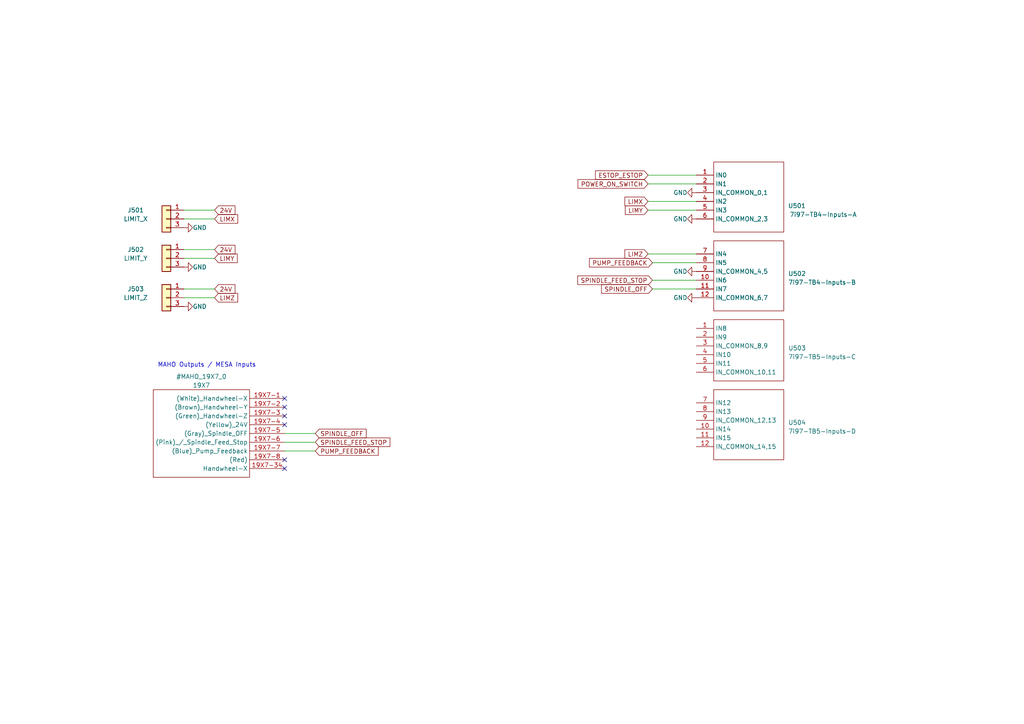
<source format=kicad_sch>
(kicad_sch (version 20230121) (generator eeschema)
  (paper "A4")
  (lib_symbols
    (symbol "Connector_Generic:Conn_01x03" (pin_names (offset 1.016) hide)
      (property "Reference" "J" (at 0 5.08 0))
      (property "Value" "Conn_01x03" (at 0 -5.08 0))
      (symbol "Conn_01x03_1_1"
        (rectangle (start -1.27 -2.413) (end 0 -2.667) (stroke (width 0.1524)))
        (rectangle (start -1.27 0.127) (end 0 -0.127) (stroke (width 0.1524)))
        (rectangle (start -1.27 2.667) (end 0 2.413) (stroke (width 0.1524)))
        (rectangle (start -1.27 3.81) (end 1.27 -3.81) (stroke (width 0.254)) (fill (type background)))
        (pin passive line (at -5.08 2.54 0) (length 3.81) (name "Pin_1") (number "1"))
        (pin passive line (at -5.08 0 0) (length 3.81) (name "Pin_2") (number "2"))
        (pin passive line (at -5.08 -2.54 0) (length 3.81) (name "Pin_3") (number "3"))
      )
    )
    (symbol "MAHO:19X7"
      (property "Reference" "U" (at 0 -13.97 0))
      (property "Value" "19X7" (at 0 13.97 0))
      (symbol "19X7_0_1"
        (rectangle (start -13.97 12.7) (end 13.97 -12.7) (stroke (width 0.1524)))
      )
      (symbol "19X7_1_1"
        (pin passive line (at 24.13 10.16 180) (length 10.16) (name "(White)_Handwheel-X") (number "19X7-1"))
        (pin passive line (at 24.13 7.62 180) (length 10.16) (name "(Brown)_Handwheel-Y") (number "19X7-2"))
        (pin passive line (at 24.13 5.08 180) (length 10.16) (name "(Green)_Handwheel-Z") (number "19X7-3"))
        (pin passive line (at 24.13 -10.16 180) (length 10.16) (name "Handwheel-X") (number "19X7-34"))
        (pin passive line (at 24.13 2.54 180) (length 10.16) (name "(Yellow)_24V") (number "19X7-4"))
        (pin passive line (at 24.13 0 180) (length 10.16) (name "(Gray)_Spindle_OFF") (number "19X7-5"))
        (pin passive line (at 24.13 -2.54 180) (length 10.16) (name "(Pink)_/_Spindle_Feed_Stop") (number "19X7-6"))
        (pin passive line (at 24.13 -5.08 180) (length 10.16) (name "(Blue)_Pump_Feedback") (number "19X7-7"))
        (pin passive line (at 24.13 -7.62 180) (length 10.16) (name "(Red)") (number "19X7-8"))
      )
    )
    (symbol "MAHO:7i97-TB4-Inputs-A"
      (property "Reference" "U" (at 0 15.24 0))
      (property "Value" "7i97-TB4-Inputs-A" (at 0 12.7 0))
      (symbol "7i97-TB4-Inputs-A_0_1"
        (rectangle (start -10.16 10.16) (end 10.16 -10.16) (stroke (width 0.1524)))
      )
      (symbol "7i97-TB4-Inputs-A_1_1"
        (pin passive line (at -15.24 6.35 0) (length 5.08) (name "IN0") (number "1"))
        (pin passive line (at -15.24 3.81 0) (length 5.08) (name "IN1") (number "2"))
        (pin passive line (at -15.24 1.27 0) (length 5.08) (name "IN_COMMON_0,1") (number "3"))
        (pin passive line (at -15.24 -1.27 0) (length 5.08) (name "IN2") (number "4"))
        (pin passive line (at -15.24 -3.81 0) (length 5.08) (name "IN3") (number "5"))
        (pin passive line (at -15.24 -6.35 0) (length 5.08) (name "IN_COMMON_2,3") (number "6"))
      )
    )
    (symbol "MAHO:7i97-TB4-Inputs-B"
      (property "Reference" "U" (at 0 15.24 0))
      (property "Value" "7i97-TB4-Inputs-B" (at 0 12.7 0))
      (symbol "7i97-TB4-Inputs-B_0_1"
        (rectangle (start -10.16 10.16) (end 10.16 -10.16) (stroke (width 0.1524)))
      )
      (symbol "7i97-TB4-Inputs-B_1_1"
        (pin passive line (at -15.24 -1.27 0) (length 5.08) (name "IN6") (number "10"))
        (pin passive line (at -15.24 -3.81 0) (length 5.08) (name "IN7") (number "11"))
        (pin passive line (at -15.24 -6.35 0) (length 5.08) (name "IN_COMMON_6,7") (number "12"))
        (pin passive line (at -15.24 6.35 0) (length 5.08) (name "IN4") (number "7"))
        (pin passive line (at -15.24 3.81 0) (length 5.08) (name "IN5") (number "8"))
        (pin passive line (at -15.24 1.27 0) (length 5.08) (name "IN_COMMON_4,5") (number "9"))
      )
    )
    (symbol "MAHO:7i97-TB5-Inputs-C"
      (property "Reference" "U" (at 0 13.97 0))
      (property "Value" "7i97-TB5-Inputs-C" (at 0 11.43 0))
      (symbol "7i97-TB5-Inputs-C_0_1"
        (rectangle (start -10.16 8.89) (end 10.16 -8.89) (stroke (width 0.1524)))
      )
      (symbol "7i97-TB5-Inputs-C_1_1"
        (pin passive line (at -15.24 6.35 0) (length 5.08) (name "IN8") (number "1"))
        (pin passive line (at -15.24 3.81 0) (length 5.08) (name "IN9") (number "2"))
        (pin passive line (at -15.24 1.27 0) (length 5.08) (name "IN_COMMON_8,9") (number "3"))
        (pin passive line (at -15.24 -1.27 0) (length 5.08) (name "IN10") (number "4"))
        (pin passive line (at -15.24 -3.81 0) (length 5.08) (name "IN11") (number "5"))
        (pin passive line (at -15.24 -6.35 0) (length 5.08) (name "IN_COMMON_10,11") (number "6"))
      )
    )
    (symbol "MAHO:7i97-TB5-Inputs-D"
      (property "Reference" "U" (at 0 16.51 0))
      (property "Value" "7i97-TB5-Inputs-D" (at 0 12.7 0))
      (symbol "7i97-TB5-Inputs-D_0_1"
        (rectangle (start -10.16 10.16) (end 10.16 -10.16) (stroke (width 0.1524)))
      )
      (symbol "7i97-TB5-Inputs-D_1_1"
        (pin passive line (at -15.24 -1.27 0) (length 5.08) (name "IN14") (number "10"))
        (pin passive line (at -15.24 -3.81 0) (length 5.08) (name "IN15") (number "11"))
        (pin passive line (at -15.24 -6.35 0) (length 5.08) (name "IN_COMMON_14,15") (number "12"))
        (pin passive line (at -15.24 6.35 0) (length 5.08) (name "IN12") (number "7"))
        (pin passive line (at -15.24 3.81 0) (length 5.08) (name "IN13") (number "8"))
        (pin passive line (at -15.24 1.27 0) (length 5.08) (name "IN_COMMON_12,13") (number "9"))
      )
    )
    (symbol "power:GND" (power) (pin_names (offset 0))
      (property "Value" "GND" (at 0 -3.81 0))
      (symbol "GND_0_1"
        (polyline (pts (xy 0 0) (xy 0 -1.27) (xy 1.27 -1.27) (xy 0 -2.54) (xy -1.27 -1.27) (xy 0 -1.27)))
      )
      (symbol "GND_1_1"
        (pin power_in line (at 0 0 270) (length 0) hide (name "GND") (number "1"))
      )
    )
  )
  (no_connect (at 82.55 135.89))
  (no_connect (at 82.55 115.57))
  (no_connect (at 82.55 118.11))
  (no_connect (at 82.55 123.19))
  (no_connect (at 82.55 120.65))
  (no_connect (at 82.55 133.35))
  (wire (pts (xy 187.96 73.66) (xy 201.93 73.66)))
  (wire (pts (xy 189.23 76.2) (xy 201.93 76.2)))
  (wire (pts (xy 53.34 86.36) (xy 62.23 86.36)))
  (wire (pts (xy 82.55 125.73) (xy 91.44 125.73)))
  (wire (pts (xy 187.96 58.42) (xy 201.93 58.42)))
  (wire (pts (xy 187.96 50.8) (xy 201.93 50.8)))
  (wire (pts (xy 82.55 128.27) (xy 91.44 128.27)))
  (wire (pts (xy 189.23 83.82) (xy 201.93 83.82)))
  (wire (pts (xy 53.34 74.93) (xy 62.23 74.93)))
  (wire (pts (xy 189.23 81.28) (xy 201.93 81.28)))
  (wire (pts (xy 53.34 63.5) (xy 62.23 63.5)))
  (wire (pts (xy 53.34 72.39) (xy 62.23 72.39)))
  (wire (pts (xy 187.96 53.34) (xy 201.93 53.34)))
  (wire (pts (xy 53.34 83.82) (xy 62.23 83.82)))
  (wire (pts (xy 53.34 60.96) (xy 62.23 60.96)))
  (wire (pts (xy 82.55 130.81) (xy 91.44 130.81)))
  (wire (pts (xy 187.96 60.96) (xy 201.93 60.96)))
  (text "MAHO Outputs / MESA Inputs" (at 45.72 106.68 0) (effects (font (size 1.27 1.27)) (justify left bottom)))
  (global_label "PUMP_FEEDBACK" (shape input) (at 189.23 76.2 180) (property "Intersheetrefs" "${INTERSHEET_REFS}" (effects hide)))
  (global_label "LIMY" (shape input) (at 187.96 60.96 180) (property "Intersheetrefs" "${INTERSHEET_REFS}" (effects hide)))
  (global_label "SPINDLE_OFF" (shape input) (at 91.44 125.73 0) (property "Intersheetrefs" "${INTERSHEET_REFS}" (effects hide)))
  (global_label "LIMX" (shape input) (at 187.96 58.42 180) (property "Intersheetrefs" "${INTERSHEET_REFS}" (effects hide)))
  (global_label "LIMY" (shape input) (at 62.23 74.93 0) (property "Intersheetrefs" "${INTERSHEET_REFS}" (effects hide)))
  (global_label "LIMZ" (shape input) (at 62.23 86.36 0) (property "Intersheetrefs" "${INTERSHEET_REFS}" (effects hide)))
  (global_label "POWER_ON_SWITCH" (shape input) (at 187.96 53.34 180) (property "Intersheetrefs" "${INTERSHEET_REFS}" (effects hide)))
  (global_label "24V" (shape input) (at 62.23 83.82 0) (property "Intersheetrefs" "${INTERSHEET_REFS}" (effects hide)))
  (global_label "PUMP_FEEDBACK" (shape input) (at 91.44 130.81 0) (property "Intersheetrefs" "${INTERSHEET_REFS}" (effects hide)))
  (global_label "SPINDLE_FEED_STOP" (shape input) (at 189.23 81.28 180) (property "Intersheetrefs" "${INTERSHEET_REFS}" (effects hide)))
  (global_label "SPINDLE_OFF" (shape input) (at 189.23 83.82 180) (property "Intersheetrefs" "${INTERSHEET_REFS}" (effects hide)))
  (global_label "SPINDLE_FEED_STOP" (shape input) (at 91.44 128.27 0) (property "Intersheetrefs" "${INTERSHEET_REFS}" (effects hide)))
  (global_label "LIMX" (shape input) (at 62.23 63.5 0) (property "Intersheetrefs" "${INTERSHEET_REFS}" (effects hide)))
  (global_label "ESTOP_ESTOP" (shape input) (at 187.96 50.8 180) (property "Intersheetrefs" "${INTERSHEET_REFS}" (effects hide)))
  (global_label "24V" (shape input) (at 62.23 60.96 0) (property "Intersheetrefs" "${INTERSHEET_REFS}" (effects hide)))
  (global_label "24V" (shape input) (at 62.23 72.39 0) (property "Intersheetrefs" "${INTERSHEET_REFS}" (effects hide)))
  (global_label "LIMZ" (shape input) (at 187.96 73.66 180) (property "Intersheetrefs" "${INTERSHEET_REFS}" (effects hide)))
  (symbol (lib_id "MAHO:7i97-TB5-Inputs-D") (at 217.17 123.19 0) (unit 1)
    (property "Reference" "U504" (at 228.6 122.555 0) (effects (justify left)))
    (property "Value" "7i97-TB5-Inputs-D" (at 228.6 125.095 0) (effects (justify left)))
  )
  (symbol (lib_id "power:GND") (at 201.93 63.5 270) (unit 1)
    (property "Reference" "#PWR0602" (effects hide))
    (property "Value" "GND" (at 199.39 63.5 90) (effects (justify right)))
    (instances (project "retrofit" (path "" (reference "#PWR0602") (unit 1)) (path "" (reference "#PWR0505") (unit 1))))
  )
  (symbol (lib_id "power:GND") (at 201.93 86.36 270) (unit 1)
    (property "Reference" "#PWR0602" (effects hide))
    (property "Value" "GND" (at 199.39 86.36 90) (effects (justify right)))
    (instances (project "retrofit" (path "" (reference "#PWR0602") (unit 1)) (path "" (reference "#PWR0507") (unit 1))))
  )
  (symbol (lib_id "power:GND") (at 53.34 66.04 90) (unit 1)
    (property "Reference" "#PWR0602" (effects hide))
    (property "Value" "GND" (at 55.88 66.04 90) (effects (justify right)))
    (instances (project "retrofit" (path "" (reference "#PWR0602") (unit 1)) (path "" (reference "#PWR0501") (unit 1))))
  )
  (symbol (lib_id "power:GND") (at 53.34 88.9 90) (unit 1)
    (property "Reference" "#PWR0602" (effects hide))
    (property "Value" "GND" (at 55.88 88.9 90) (effects (justify right)))
    (instances (project "retrofit" (path "" (reference "#PWR0602") (unit 1)) (path "" (reference "#PWR0503") (unit 1))))
  )
  (symbol (lib_id "Connector_Generic:Conn_01x03") (at 48.26 74.93 0) (mirror y) (unit 1)
    (property "Reference" "J502" (at 39.37 72.39 0))
    (property "Value" "LIMIT_Y" (at 39.37 74.93 0))
  )
  (symbol (lib_id "power:GND") (at 201.93 55.88 270) (unit 1)
    (property "Reference" "#PWR0602" (effects hide))
    (property "Value" "GND" (at 199.39 55.88 90) (effects (justify right)))
    (instances (project "retrofit" (path "" (reference "#PWR0602") (unit 1)) (path "" (reference "#PWR0504") (unit 1))))
  )
  (symbol (lib_id "Connector_Generic:Conn_01x03") (at 48.26 86.36 0) (mirror y) (unit 1)
    (property "Reference" "J503" (at 39.37 83.82 0))
    (property "Value" "LIMIT_Z" (at 39.37 86.36 0))
  )
  (symbol (lib_id "power:GND") (at 53.34 77.47 90) (unit 1)
    (property "Reference" "#PWR0602" (effects hide))
    (property "Value" "GND" (at 55.88 77.47 90) (effects (justify right)))
    (instances (project "retrofit" (path "" (reference "#PWR0602") (unit 1)) (path "" (reference "#PWR0502") (unit 1))))
  )
  (symbol (lib_id "MAHO:7i97-TB5-Inputs-C") (at 217.17 101.6 0) (unit 1)
    (property "Reference" "U503" (at 228.6 100.965 0) (effects (justify left)))
    (property "Value" "7i97-TB5-Inputs-C" (at 228.6 103.505 0) (effects (justify left)))
  )
  (symbol (lib_id "power:GND") (at 201.93 78.74 270) (unit 1)
    (property "Reference" "#PWR0602" (effects hide))
    (property "Value" "GND" (at 199.39 78.74 90) (effects (justify right)))
    (instances (project "retrofit" (path "" (reference "#PWR0602") (unit 1)) (path "" (reference "#PWR0506") (unit 1))))
  )
  (symbol (lib_id "MAHO:7i97-TB4-Inputs-A") (at 217.17 57.15 0) (unit 1)
    (property "Reference" "U501" (at 231.14 59.69 0))
    (property "Value" "7i97-TB4-Inputs-A" (at 238.76 62.23 0))
  )
  (symbol (lib_id "MAHO:19X7") (at 58.42 125.73 0) (unit 1)
    (property "Reference" "#MAHO_19X7_0" (at 58.42 109.22 0))
    (property "Value" "19X7" (at 58.42 111.76 0))
    (instances (project "retrofit" (path "" (reference "#MAHO_19X7_0") (unit 1)) (path "" (reference "#MAHO_19X7_501") (unit 1))))
  )
  (symbol (lib_id "Connector_Generic:Conn_01x03") (at 48.26 63.5 0) (mirror y) (unit 1)
    (property "Reference" "J501" (at 39.37 60.96 0))
    (property "Value" "LIMIT_X" (at 39.37 63.5 0))
  )
  (symbol (lib_id "MAHO:7i97-TB4-Inputs-B") (at 217.17 80.01 0) (unit 1)
    (property "Reference" "U502" (at 228.6 79.375 0) (effects (justify left)))
    (property "Value" "7i97-TB4-Inputs-B" (at 228.6 81.915 0) (effects (justify left)))
  )
)
</source>
